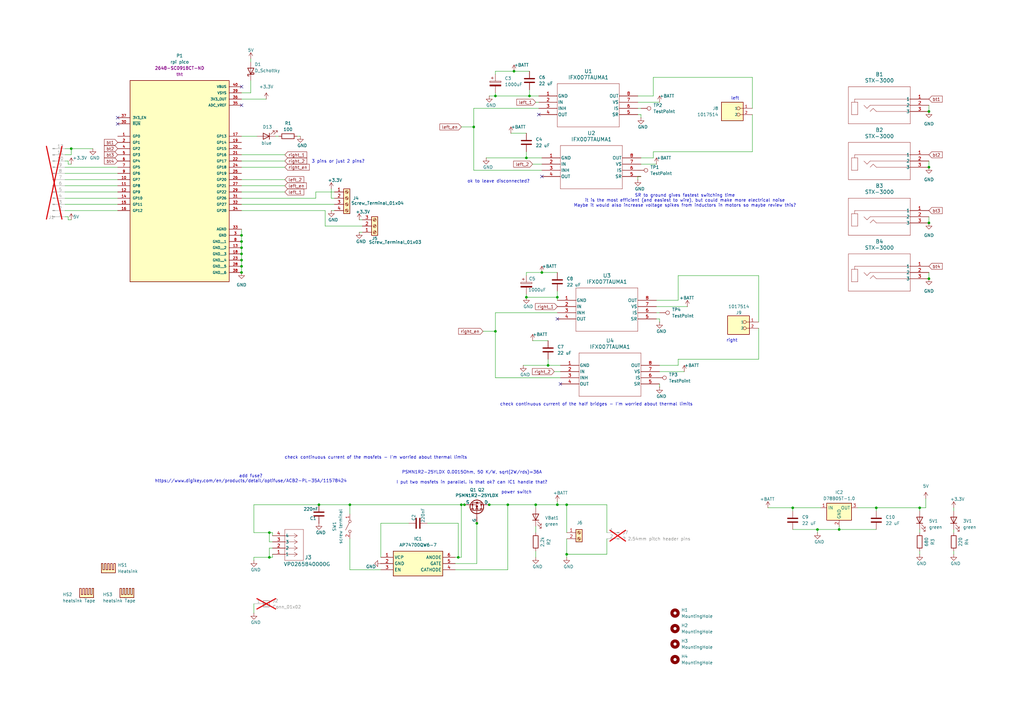
<source format=kicad_sch>
(kicad_sch (version 20250114) (generator "eeschema") (generator_version "9.0")
  (paper "A3")
  (title_block (company "https://github.com/gobabygocarswithjoysticks gobabygocarswithjoysticks@gmail.com") (comment 1 "by Joshua Phelps, "))
  (text "SR to ground gives fastest switching time\nit is the most efficient (and easiest to wire), but could make more electrical noise\nMaybe it would also increase voltage spikes from inductors in motors so maybe review this?" (at 280.924 82.296 0) (effects (font (size 1.27 1.27))))
  (text "check continuous current of the mosfets - I'm worried about thermal limits\n" (at 154.178 187.706 0) (effects (font (size 1.27 1.27))))
  (text "3 pins or just 2 pins?" (at 138.684 66.294 0) (effects (font (size 1.27 1.27))))
  (text "PSMN1R2-25YLDX 0.0015Ohm, 50 K/W, sqrt(2W/rds)=36A\n\nI put two mosfets in parallel. is that ok? can IC1 handle that?" (at 193.548 195.834 0) (effects (font (size 1.27 1.27))))
  (text "left\n" (at 301.498 40.386 0) (effects (font (size 1.27 1.27))))
  (text "add fuse?\nhttps://www.digikey.com/en/products/detail/optifuse/ACB2-PL-35A/11578424" (at 102.87 196.342 0) (effects (font (size 1.27 1.27))))
  (text "power switch\n" (at 211.836 201.93 0) (effects (font (size 1.27 1.27))))
  (text "check continuous current of the half bridges - I'm worried about thermal limits\n" (at 244.602 165.862 0) (effects (font (size 1.27 1.27))))
  (text "ok to leave disconnected?" (at 204.47 74.422 0) (effects (font (size 1.27 1.27))))
  (text "right" (at 300.228 139.7 0) (effects (font (size 1.27 1.27))))
  (junction (at 215.9 121.92))
  (junction (at 232.41 207.01))
  (junction (at 189.23 207.01))
  (junction (at 210.82 29.21))
  (junction (at 187.96 228.6))
  (junction (at 208.28 207.01))
  (junction (at 325.12 208.28))
  (junction (at 203.2 39.37))
  (junction (at 381 114.3))
  (junction (at 335.28 217.17))
  (junction (at 228.6 207.01))
  (junction (at 232.41 227.33))
  (junction (at 381 68.58))
  (junction (at 190.5 207.01))
  (junction (at 228.6 121.92))
  (junction (at 143.51 207.01))
  (junction (at 130.81 207.01))
  (junction (at 99.06 106.68))
  (junction (at 344.17 217.17))
  (junction (at 377.19 208.28))
  (junction (at 99.06 101.6))
  (junction (at 200.66 207.01))
  (junction (at 215.9 64.77))
  (junction (at 110.49 218.44))
  (junction (at 203.2 135.89))
  (junction (at 194.31 52.07))
  (junction (at 99.06 109.22))
  (junction (at 99.06 104.14))
  (junction (at 224.79 149.86))
  (junction (at 29.21 60.96))
  (junction (at 222.25 111.76))
  (junction (at 99.06 111.76))
  (junction (at 219.71 207.01))
  (junction (at 110.49 228.6))
  (junction (at 381 91.44))
  (junction (at 99.06 96.52))
  (junction (at 195.58 214.63))
  (junction (at 99.06 99.06))
  (junction (at 217.17 39.37))
  (junction (at 359.41 208.28))
  (junction (at 381 45.72))
  (no_connect (at 48.26 48.26))
  (no_connect (at 48.26 50.8))
  (no_connect (at 222.25 72.39))
  (no_connect (at 99.06 43.18))
  (no_connect (at 99.06 35.56))
  (no_connect (at 228.6 130.81))
  (no_connect (at 229.87 157.48))
  (no_connect (at 220.98 46.99))
  (wire (pts (xy 200.66 39.37) (xy 203.2 39.37)))
  (wire (pts (xy 195.58 214.63) (xy 195.58 231.14)))
  (wire (pts (xy 156.21 214.63) (xy 156.21 228.6)))
  (wire (pts (xy 104.14 229.87) (xy 104.14 228.6)))
  (wire (pts (xy 325.12 217.17) (xy 335.28 217.17)))
  (wire (pts (xy 232.41 207.01) (xy 232.41 218.44)))
  (wire (pts (xy 270.51 130.81) (xy 269.24 130.81)))
  (wire (pts (xy 194.31 52.07) (xy 194.31 69.85)))
  (wire (pts (xy 270.51 154.94) (xy 269.24 154.94)))
  (wire (pts (xy 123.19 55.88) (xy 121.92 55.88)))
  (wire (pts (xy 210.82 29.21) (xy 217.17 29.21)))
  (wire (pts (xy 26.67 60.96) (xy 29.21 60.96)))
  (wire (pts (xy 27.94 88.9) (xy 26.67 88.9)))
  (wire (pts (xy 215.9 113.03) (xy 215.9 111.76)))
  (wire (pts (xy 262.89 64.77) (xy 267.97 64.77)))
  (wire (pts (xy 113.03 55.88) (xy 114.3 55.88)))
  (wire (pts (xy 110.49 218.44) (xy 110.49 222.25)))
  (wire (pts (xy 261.62 73.66) (xy 261.62 72.39)))
  (wire (pts (xy 222.25 111.76) (xy 228.6 111.76)))
  (wire (pts (xy 129.54 81.28) (xy 99.06 81.28)))
  (wire (pts (xy 224.79 149.86) (xy 229.87 149.86)))
  (wire (pts (xy 133.35 86.36) (xy 133.35 92.71)))
  (wire (pts (xy 116.84 76.2) (xy 99.06 76.2)))
  (wire (pts (xy 104.14 207.01) (xy 104.14 218.44)))
  (wire (pts (xy 215.9 62.23) (xy 215.9 64.77)))
  (wire (pts (xy 104.14 228.6) (xy 110.49 228.6)))
  (wire (pts (xy 219.71 208.28) (xy 219.71 207.01)))
  (wire (pts (xy 248.92 220.98) (xy 248.92 227.33)))
  (wire (pts (xy 203.2 30.48) (xy 203.2 29.21)))
  (wire (pts (xy 262.89 48.26) (xy 262.89 46.99)))
  (wire (pts (xy 261.62 39.37) (xy 267.97 39.37)))
  (wire (pts (xy 229.87 152.4) (xy 227.33 152.4)))
  (wire (pts (xy 99.06 106.68) (xy 99.06 109.22)))
  (wire (pts (xy 175.26 214.63) (xy 187.96 214.63)))
  (wire (pts (xy 248.92 207.01) (xy 232.41 207.01)))
  (wire (pts (xy 99.06 86.36) (xy 133.35 86.36)))
  (wire (pts (xy 261.62 41.91) (xy 270.51 41.91)))
  (wire (pts (xy 215.9 121.92) (xy 228.6 121.92)))
  (wire (pts (xy 104.14 218.44) (xy 110.49 218.44)))
  (wire (pts (xy 26.67 76.2) (xy 48.26 76.2)))
  (wire (pts (xy 267.97 31.75) (xy 308.61 31.75)))
  (wire (pts (xy 203.2 128.27) (xy 203.2 135.89)))
  (wire (pts (xy 278.13 113.03) (xy 311.15 113.03)))
  (wire (pts (xy 311.15 134.62) (xy 311.15 147.32)))
  (wire (pts (xy 26.67 81.28) (xy 48.26 81.28)))
  (wire (pts (xy 359.41 208.28) (xy 377.19 208.28)))
  (wire (pts (xy 359.41 209.55) (xy 359.41 208.28)))
  (wire (pts (xy 267.97 31.75) (xy 267.97 39.37)))
  (wire (pts (xy 311.15 113.03) (xy 311.15 132.08)))
  (wire (pts (xy 215.9 64.77) (xy 222.25 64.77)))
  (wire (pts (xy 219.71 207.01) (xy 228.6 207.01)))
  (wire (pts (xy 224.79 147.32) (xy 224.79 149.86)))
  (wire (pts (xy 391.16 217.17) (xy 391.16 218.44)))
  (wire (pts (xy 147.32 90.17) (xy 148.59 90.17)))
  (wire (pts (xy 26.67 63.5) (xy 29.21 63.5)))
  (wire (pts (xy 203.2 29.21) (xy 210.82 29.21)))
  (wire (pts (xy 261.62 72.39) (xy 262.89 72.39)))
  (wire (pts (xy 308.61 31.75) (xy 308.61 44.45)))
  (wire (pts (xy 391.16 227.33) (xy 391.16 226.06)))
  (wire (pts (xy 198.12 135.89) (xy 203.2 135.89)))
  (wire (pts (xy 147.32 95.25) (xy 148.59 95.25)))
  (wire (pts (xy 187.96 228.6) (xy 189.23 228.6)))
  (wire (pts (xy 111.76 218.44) (xy 111.76 219.71)))
  (wire (pts (xy 26.67 68.58) (xy 48.26 68.58)))
  (wire (pts (xy 344.17 217.17) (xy 344.17 215.9)))
  (wire (pts (xy 261.62 69.85) (xy 262.89 69.85)))
  (wire (pts (xy 102.87 33.02) (xy 102.87 38.1)))
  (wire (pts (xy 186.69 228.6) (xy 187.96 228.6)))
  (wire (pts (xy 232.41 220.98) (xy 232.41 227.33)))
  (wire (pts (xy 344.17 217.17) (xy 359.41 217.17)))
  (wire (pts (xy 99.06 104.14) (xy 99.06 106.68)))
  (wire (pts (xy 219.71 215.9) (xy 219.71 218.44)))
  (wire (pts (xy 133.35 92.71) (xy 148.59 92.71)))
  (wire (pts (xy 208.28 207.01) (xy 219.71 207.01)))
  (wire (pts (xy 379.73 208.28) (xy 377.19 208.28)))
  (wire (pts (xy 262.89 67.31) (xy 269.24 67.31)))
  (wire (pts (xy 203.2 38.1) (xy 203.2 39.37)))
  (wire (pts (xy 194.31 44.45) (xy 194.31 52.07)))
  (wire (pts (xy 116.84 63.5) (xy 99.06 63.5)))
  (wire (pts (xy 208.28 233.68) (xy 208.28 207.01)))
  (wire (pts (xy 377.19 217.17) (xy 377.19 218.44)))
  (wire (pts (xy 26.67 71.12) (xy 48.26 71.12)))
  (wire (pts (xy 186.69 233.68) (xy 208.28 233.68)))
  (wire (pts (xy 199.39 64.77) (xy 215.9 64.77)))
  (wire (pts (xy 228.6 128.27) (xy 203.2 128.27)))
  (wire (pts (xy 111.76 224.79) (xy 110.49 224.79)))
  (wire (pts (xy 267.97 62.23) (xy 308.61 62.23)))
  (wire (pts (xy 209.55 54.61) (xy 215.9 54.61)))
  (wire (pts (xy 232.41 207.01) (xy 228.6 207.01)))
  (wire (pts (xy 130.81 207.01) (xy 143.51 207.01)))
  (wire (pts (xy 308.61 46.99) (xy 308.61 62.23)))
  (wire (pts (xy 116.84 66.04) (xy 99.06 66.04)))
  (wire (pts (xy 218.44 139.7) (xy 224.79 139.7)))
  (wire (pts (xy 335.28 217.17) (xy 344.17 217.17)))
  (wire (pts (xy 129.54 78.74) (xy 137.16 78.74)))
  (wire (pts (xy 267.97 62.23) (xy 267.97 64.77)))
  (wire (pts (xy 99.06 55.88) (xy 105.41 55.88)))
  (wire (pts (xy 262.89 46.99) (xy 261.62 46.99)))
  (wire (pts (xy 270.51 132.08) (xy 270.51 130.81)))
  (wire (pts (xy 270.51 152.4) (xy 280.67 152.4)))
  (wire (pts (xy 219.71 228.6) (xy 219.71 226.06)))
  (wire (pts (xy 27.94 90.17) (xy 29.21 90.17)))
  (wire (pts (xy 143.51 207.01) (xy 143.51 210.82)))
  (wire (pts (xy 99.06 40.64) (xy 109.22 40.64)))
  (wire (pts (xy 381 66.04) (xy 381 68.58)))
  (wire (pts (xy 194.31 69.85) (xy 222.25 69.85)))
  (wire (pts (xy 248.92 227.33) (xy 232.41 227.33)))
  (wire (pts (xy 129.54 78.74) (xy 129.54 81.28)))
  (wire (pts (xy 270.51 157.48) (xy 270.51 158.75)))
  (wire (pts (xy 278.13 113.03) (xy 278.13 123.19)))
  (wire (pts (xy 104.14 207.01) (xy 130.81 207.01)))
  (wire (pts (xy 99.06 96.52) (xy 99.06 99.06)))
  (wire (pts (xy 228.6 119.38) (xy 228.6 121.92)))
  (wire (pts (xy 99.06 109.22) (xy 99.06 111.76)))
  (wire (pts (xy 187.96 214.63) (xy 187.96 228.6)))
  (wire (pts (xy 116.84 73.66) (xy 99.06 73.66)))
  (wire (pts (xy 116.84 68.58) (xy 99.06 68.58)))
  (wire (pts (xy 335.28 218.44) (xy 335.28 217.17)))
  (wire (pts (xy 99.06 99.06) (xy 99.06 101.6)))
  (wire (pts (xy 215.9 120.65) (xy 215.9 121.92)))
  (wire (pts (xy 214.63 149.86) (xy 224.79 149.86)))
  (wire (pts (xy 29.21 60.96) (xy 38.1 60.96)))
  (wire (pts (xy 111.76 222.25) (xy 110.49 222.25)))
  (wire (pts (xy 269.24 125.73) (xy 281.94 125.73)))
  (wire (pts (xy 278.13 147.32) (xy 278.13 149.86)))
  (wire (pts (xy 270.51 149.86) (xy 278.13 149.86)))
  (wire (pts (xy 26.67 83.82) (xy 48.26 83.82)))
  (wire (pts (xy 110.49 218.44) (xy 111.76 218.44)))
  (wire (pts (xy 381 111.76) (xy 381 114.3)))
  (wire (pts (xy 248.92 218.44) (xy 248.92 207.01)))
  (wire (pts (xy 26.67 86.36) (xy 48.26 86.36)))
  (wire (pts (xy 26.67 66.04) (xy 27.94 66.04)))
  (wire (pts (xy 189.23 52.07) (xy 194.31 52.07)))
  (wire (pts (xy 270.51 128.27) (xy 269.24 128.27)))
  (wire (pts (xy 99.06 83.82) (xy 137.16 83.82)))
  (wire (pts (xy 167.64 214.63) (xy 156.21 214.63)))
  (wire (pts (xy 26.67 78.74) (xy 48.26 78.74)))
  (wire (pts (xy 99.06 101.6) (xy 99.06 104.14)))
  (wire (pts (xy 110.49 224.79) (xy 110.49 228.6)))
  (wire (pts (xy 111.76 227.33) (xy 111.76 228.6)))
  (wire (pts (xy 29.21 67.31) (xy 27.94 67.31)))
  (wire (pts (xy 27.94 90.17) (xy 27.94 88.9)))
  (wire (pts (xy 143.51 233.68) (xy 156.21 233.68)))
  (wire (pts (xy 143.51 207.01) (xy 189.23 207.01)))
  (wire (pts (xy 278.13 147.32) (xy 311.15 147.32)))
  (wire (pts (xy 314.96 208.28) (xy 325.12 208.28)))
  (wire (pts (xy 110.49 228.6) (xy 111.76 228.6)))
  (wire (pts (xy 99.06 93.98) (xy 99.06 96.52)))
  (wire (pts (xy 381 88.9) (xy 381 91.44)))
  (wire (pts (xy 143.51 220.98) (xy 143.51 233.68)))
  (wire (pts (xy 219.71 41.91) (xy 220.98 41.91)))
  (wire (pts (xy 26.67 73.66) (xy 48.26 73.66)))
  (wire (pts (xy 135.89 81.28) (xy 135.89 77.47)))
  (wire (pts (xy 351.79 208.28) (xy 359.41 208.28)))
  (wire (pts (xy 391.16 209.55) (xy 391.16 208.28)))
  (wire (pts (xy 104.14 247.65) (xy 104.14 251.46)))
  (wire (pts (xy 189.23 207.01) (xy 190.5 207.01)))
  (wire (pts (xy 218.44 67.31) (xy 222.25 67.31)))
  (wire (pts (xy 232.41 227.33) (xy 232.41 228.6)))
  (wire (pts (xy 27.94 66.04) (xy 27.94 67.31)))
  (wire (pts (xy 135.89 86.36) (xy 137.16 86.36)))
  (wire (pts (xy 269.24 123.19) (xy 278.13 123.19)))
  (wire (pts (xy 228.6 205.74) (xy 228.6 207.01)))
  (wire (pts (xy 228.6 121.92) (xy 228.6 123.19)))
  (wire (pts (xy 29.21 63.5) (xy 29.21 60.96)))
  (wire (pts (xy 102.87 24.13) (xy 102.87 25.4)))
  (wire (pts (xy 195.58 231.14) (xy 186.69 231.14)))
  (wire (pts (xy 116.84 78.74) (xy 99.06 78.74)))
  (wire (pts (xy 381 43.18) (xy 381 45.72)))
  (wire (pts (xy 325.12 209.55) (xy 325.12 208.28)))
  (wire (pts (xy 217.17 39.37) (xy 220.98 39.37)))
  (wire (pts (xy 189.23 228.6) (xy 189.23 207.01)))
  (wire (pts (xy 220.98 44.45) (xy 194.31 44.45)))
  (wire (pts (xy 217.17 36.83) (xy 217.17 39.37)))
  (wire (pts (xy 379.73 208.28) (xy 379.73 204.47)))
  (wire (pts (xy 99.06 38.1) (xy 102.87 38.1)))
  (wire (pts (xy 203.2 135.89) (xy 203.2 154.94)))
  (wire (pts (xy 215.9 111.76) (xy 222.25 111.76)))
  (wire (pts (xy 203.2 154.94) (xy 229.87 154.94)))
  (wire (pts (xy 262.89 44.45) (xy 261.62 44.45)))
  (wire (pts (xy 203.2 39.37) (xy 217.17 39.37)))
  (wire (pts (xy 200.66 207.01) (xy 208.28 207.01)))
  (wire (pts (xy 137.16 81.28) (xy 135.89 81.28)))
  (wire (pts (xy 377.19 227.33) (xy 377.19 226.06)))
  (wire (pts (xy 325.12 208.28) (xy 336.55 208.28)))
  (wire (pts (xy 377.19 209.55) (xy 377.19 208.28)))
  (global_label "left_en" (shape input) (at 116.84 76.2 0) (property "Intersheetrefs" "${INTERSHEET_REFS}" (effects (hide yes))))
  (global_label "left_1" (shape input) (at 219.71 41.91 180) (property "Intersheetrefs" "${INTERSHEET_REFS}" (effects (hide yes))))
  (global_label "bt4" (shape input) (at 48.26 66.04 180) (property "Intersheetrefs" "${INTERSHEET_REFS}" (effects (hide yes))))
  (global_label "bt1" (shape input) (at 381 40.64 0) (property "Intersheetrefs" "${INTERSHEET_REFS}" (effects (hide yes))))
  (global_label "left_en" (shape input) (at 189.23 52.07 180) (property "Intersheetrefs" "${INTERSHEET_REFS}" (effects (hide yes))))
  (global_label "bt2" (shape input) (at 48.26 60.96 180) (property "Intersheetrefs" "${INTERSHEET_REFS}" (effects (hide yes))))
  (global_label "right_en" (shape input) (at 198.12 135.89 180) (property "Intersheetrefs" "${INTERSHEET_REFS}" (effects (hide yes))))
  (global_label "bt1" (shape input) (at 48.26 58.42 180) (property "Intersheetrefs" "${INTERSHEET_REFS}" (effects (hide yes))))
  (global_label "left_2" (shape input) (at 218.44 67.31 180) (property "Intersheetrefs" "${INTERSHEET_REFS}" (effects (hide yes))))
  (global_label "bt3" (shape input) (at 48.26 63.5 180) (property "Intersheetrefs" "${INTERSHEET_REFS}" (effects (hide yes))))
  (global_label "right_2" (shape input) (at 227.33 152.4 180) (property "Intersheetrefs" "${INTERSHEET_REFS}" (effects (hide yes))))
  (global_label "right_2" (shape input) (at 116.84 66.04 0) (property "Intersheetrefs" "${INTERSHEET_REFS}" (effects (hide yes))))
  (global_label "bt2" (shape input) (at 381 63.5 0) (property "Intersheetrefs" "${INTERSHEET_REFS}" (effects (hide yes))))
  (global_label "left_1" (shape input) (at 116.84 78.74 0) (property "Intersheetrefs" "${INTERSHEET_REFS}" (effects (hide yes))))
  (global_label "bt3" (shape input) (at 381 86.36 0) (property "Intersheetrefs" "${INTERSHEET_REFS}" (effects (hide yes))))
  (global_label "right_1" (shape input) (at 116.84 63.5 0) (property "Intersheetrefs" "${INTERSHEET_REFS}" (effects (hide yes))))
  (global_label "right_1" (shape input) (at 228.6 125.73 180) (property "Intersheetrefs" "${INTERSHEET_REFS}" (effects (hide yes))))
  (global_label "left_2" (shape input) (at 116.84 73.66 0) (property "Intersheetrefs" "${INTERSHEET_REFS}" (effects (hide yes))))
  (global_label "right_en" (shape input) (at 116.84 68.58 0) (property "Intersheetrefs" "${INTERSHEET_REFS}" (effects (hide yes))))
  (global_label "bt4" (shape input) (at 381 109.22 0) (property "Intersheetrefs" "${INTERSHEET_REFS}" (effects (hide yes))))
  (symbol (lib_id "library:AP74700QW6-7") (at 156.21 228.6 0) (unit 1)
    (property "Reference" "IC1" (at 171.45 220.98 0))
    (property "Value" "AP74700QW6-7" (at 171.45 223.52 0))
    (property "Footprint" "Package_TO_SOT_SMD:SOT-23-6_Handsoldering" (effects (hide yes)))
    (property "Datasheet" "https://www.diodes.com//assets/Datasheets/AP74700Q.pdf" (effects (hide yes)))
    (property "Description" "Power Switch ICs - Power Distribution Load Switch SOT26 T&R 3K" (effects (hide yes)))
    (property "Manufacturer_Name" "Diodes Incorporated" (effects (hide yes)))
    (property "Manufacturer_Part_Number" "AP74700QW6-7" (effects (hide yes)))
    (property "digikey_part_number" "31-AP74700QW6-7CT-ND" (effects (hide yes)))
    (property "mount_type" "smd" (effects (hide yes)))
    (property "price" "1.23" (effects (hide yes)))
  )
  (symbol (lib_id "Device:C_Polarized") (at 215.9 116.84 0) (unit 1)
    (property "Reference" "C5" (at 216.916 114.3 0) (effects (justify left)))
    (property "Value" "1000uF" (at 216.662 118.872 0) (effects (justify left)))
    (property "Footprint" "Capacitor_THT:CP_Radial_D10.0mm_P7.50mm" (effects (hide yes)))
    (property "Datasheet" "https://www.digikey.com/en/products/detail/kemet/A750MV108M1EAAE014/13420146" (effects (hide yes)))
    (property "Description" "Polarized capacitor" (effects (hide yes)))
    (property "Manufacturer_Name" "KEMET" (effects (hide yes)))
    (property "Manufacturer_Part_Number" "A750MV108M1EAAE014" (effects (hide yes)))
    (property "price" "1" (effects (hide yes)))
    (property "digikey_part_number" "399-A750MV108M1EAAE014-ND" (effects (hide yes)))
    (property "mount_type" "tht" (effects (hide yes)))
  )
  (symbol (lib_id "Device:LED") (at 377.19 213.36 90) (unit 1)
    (property "Reference" "5V1" (at 381 213.6774 90) (effects (justify right)))
    (property "Value" "green" (at 381 216.2174 90) (effects (justify right)))
    (property "Footprint" "LED_THT:LED_D3.0mm" (effects (hide yes)))
    (property "Datasheet" "https://www.digikey.com/en/products/detail/american-bright-optoelectronics-corporation/BL-B2141K/22486926" (effects (hide yes)))
    (property "Description" "Light emitting diode" (effects (hide yes)))
    (property "Manufacturer_Name" "American Bright Optoelectronics Corporation" (effects (hide yes)))
    (property "Manufacturer_Part_Number" "BL-B2141K" (effects (hide yes)))
    (property "price" "0.01" (effects (hide yes)))
    (property "digikey_part_number" "2007-BL-B2141K-ND" (effects (hide yes)))
    (property "mount_type" "tht" (effects (hide yes)))
  )
  (symbol (lib_id "power:GND") (at 261.62 73.66 0) (unit 1)
    (property "Reference" "#PWR027" (effects (hide yes)))
    (property "Value" "GND" (at 262.382 77.47 0))
    (property "Description" "Power symbol creates a global label with name \"GND\" , ground" (effects (hide yes)))
  )
  (symbol (lib_id "power:+BATT") (at 269.24 67.31 0) (unit 1)
    (property "Reference" "#PWR029" (effects (hide yes)))
    (property "Value" "+BATT" (at 272.288 64.77 0))
    (property "Description" "Power symbol creates a global label with name \"+BATT\"" (effects (hide yes)))
  )
  (symbol (lib_id "Device:C") (at 171.45 214.63 90) (unit 1)
    (property "Reference" "C2" (at 169.672 213.614 0) (effects (justify left)))
    (property "Value" "220nF" (at 173.482 214.376 0) (effects (justify left)))
    (property "Footprint" "Capacitor_SMD:C_1206_3216Metric_Pad1.33x1.80mm_HandSolder" (effects (hide yes)))
    (property "Datasheet" "https://www.digikey.com/en/products/detail/samsung-electro-mechanics/CL31B224KBFNNNE/3886764" (effects (hide yes)))
    (property "Description" "Unpolarized capacitor" (effects (hide yes)))
    (property "Manufacturer_Name" "Samsung Electro-Mechanics" (effects (hide yes)))
    (property "Manufacturer_Part_Number" "CL31B224KBFNNNE" (effects (hide yes)))
    (property "price" "0.03" (effects (hide yes)))
    (property "digikey_part_number" "1276-1106-1-ND" (effects (hide yes)))
    (property "mount_type" "smd" (effects (hide yes)))
  )
  (symbol (lib_id "Mechanical:Heatsink") (at 44.45 234.95 0) (unit 1)
    (property "Reference" "HS1" (at 48.26 231.7749 0) (effects (justify left)))
    (property "Value" "Heatsink" (at 48.26 234.3149 0) (effects (justify left)))
    (property "Footprint" "kicad libraries:SK 675 100 AL" (effects (hide yes)))
    (property "Datasheet" "https://www.digikey.com/en/products/detail/fischer-elektronik/SK-675-100-AL/25828853?s=N4IgTCBcDaIMoGkAEA2A7AViQRgAy6QEEAZEAXQF8g" (effects (hide yes)))
    (property "Description" "Heatsink" (effects (hide yes)))
    (property "Manufacturer_Name" "Fischer Elektronik" (effects (hide yes)))
    (property "Manufacturer_Part_Number" "SK 675 100 AL" (effects (hide yes)))
    (property "digikey_part_number" "5496-SK675100AL-ND" (effects (hide yes)))
    (property "mount_type" "tht" (effects (hide yes)))
    (property "price" "1.32" (effects (hide yes)))
  )
  (symbol (lib_id "Mechanical:MountingHole") (at 276.86 251.46 0) (unit 1) (in_bom no)
    (property "Reference" "H1" (at 279.4 250.1899 0) (effects (justify left)))
    (property "Value" "MountingHole" (at 279.4 252.7299 0) (effects (justify left)))
    (property "Footprint" "MountingHole:MountingHole_3.2mm_M3_ISO7380" (effects (hide yes)))
    (property "Datasheet" "DNP" (effects (hide yes)))
    (property "Description" "Mounting Hole without connection" (effects (hide yes)))
    (property "price" "0" (effects (hide yes)))
    (property "Manufacturer_Name" "DNP" (effects (hide yes)))
    (property "Manufacturer_Part_Number" "DNP" (effects (hide yes)))
    (property "digikey_part_number" "DNP" (effects (hide yes)))
  )
  (symbol (lib_id "Device:C_Polarized") (at 203.2 34.29 0) (unit 1)
    (property "Reference" "C3" (at 207.01 32.1309 0) (effects (justify left)))
    (property "Value" "1000uF" (at 207.01 34.6709 0) (effects (justify left)))
    (property "Footprint" "Capacitor_THT:CP_Radial_D10.0mm_P7.50mm" (effects (hide yes)))
    (property "Datasheet" "https://www.digikey.com/en/products/detail/kemet/A750MV108M1EAAE014/13420146" (effects (hide yes)))
    (property "Description" "Polarized capacitor" (effects (hide yes)))
    (property "Manufacturer_Name" "KEMET" (effects (hide yes)))
    (property "Manufacturer_Part_Number" "A750MV108M1EAAE014" (effects (hide yes)))
    (property "price" "1" (effects (hide yes)))
    (property "digikey_part_number" "399-A750MV108M1EAAE014-ND" (effects (hide yes)))
    (property "mount_type" "tht" (effects (hide yes)))
  )
  (symbol (lib_id "power:GND") (at 219.71 228.6 0) (unit 1)
    (property "Reference" "#PWR024" (effects (hide yes)))
    (property "Value" "GND" (at 220.472 232.41 0))
    (property "Description" "Power symbol creates a global label with name \"GND\" , ground" (effects (hide yes)))
  )
  (symbol (lib_id "Device:C") (at 359.41 213.36 0) (unit 1)
    (property "Reference" "C10" (at 363.22 212.0899 0) (effects (justify left)))
    (property "Value" "22 uF" (at 363.22 214.6299 0) (effects (justify left)))
    (property "Footprint" "Capacitor_SMD:C_1206_3216Metric_Pad1.33x1.80mm_HandSolder" (effects (hide yes)))
    (property "Datasheet" "https://www.digikey.com/en/products/detail/samsung-electro-mechanics/CL31A226KAHNNNE/3888705" (effects (hide yes)))
    (property "Description" "Unpolarized capacitor" (effects (hide yes)))
    (property "Manufacturer_Name" "Samsung Electro-Mechanics" (effects (hide yes)))
    (property "Manufacturer_Part_Number" "CL31A226KAHNNNE" (effects (hide yes)))
    (property "digikey_part_number" "1276-3047-1-ND" (effects (hide yes)))
    (property "mount_type" "smd" (effects (hide yes)))
    (property "price" "0.1" (effects (hide yes)))
  )
  (symbol (lib_id "Device:C") (at 325.12 213.36 0) (unit 1)
    (property "Reference" "C9" (at 328.93 212.0899 0) (effects (justify left)))
    (property "Value" "22 uF" (at 328.93 214.6299 0) (effects (justify left)))
    (property "Footprint" "Capacitor_SMD:C_1206_3216Metric_Pad1.33x1.80mm_HandSolder" (effects (hide yes)))
    (property "Datasheet" "https://www.digikey.com/en/products/detail/samsung-electro-mechanics/CL31A226KAHNNNE/3888705" (effects (hide yes)))
    (property "Description" "Unpolarized capacitor" (effects (hide yes)))
    (property "Manufacturer_Name" "Samsung Electro-Mechanics" (effects (hide yes)))
    (property "Manufacturer_Part_Number" "CL31A226KAHNNNE" (effects (hide yes)))
    (property "digikey_part_number" "1276-3047-1-ND" (effects (hide yes)))
    (property "mount_type" "smd" (effects (hide yes)))
    (property "price" "0.1" (effects (hide yes)))
  )
  (symbol (lib_id "Device:LED") (at 109.22 55.88 180) (unit 1)
    (property "Reference" "D13" (at 107.696 52.07 0) (effects (justify right)))
    (property "Value" "blue" (at 107.188 58.674 0) (effects (justify right)))
    (property "Footprint" "LED_THT:LED_D5.0mm_Clear" (effects (hide yes)))
    (property "Datasheet" "https://www.digikey.com/en/products/detail/american-bright-optoelectronics-corporation/BL-BBX1V4V-2-B02/22486905" (effects (hide yes)))
    (property "Description" "Light emitting diode" (effects (hide yes)))
    (property "Manufacturer_Name" "American Bright Optoelectronics Corporation" (effects (hide yes)))
    (property "Manufacturer_Part_Number" "BL-BBX1V4V-2-B02" (effects (hide yes)))
    (property "price" "0.36" (effects (hide yes)))
    (property "digikey_part_number" "2007-BL-BBX1V4V-2-B02-ND" (effects (hide yes)))
    (property "mount_type" "tht" (effects (hide yes)))
  )
  (symbol (lib_id "power:+BATT") (at 209.55 54.61 0) (unit 1)
    (property "Reference" "#PWR018" (effects (hide yes)))
    (property "Value" "+BATT" (at 212.598 52.07 0))
    (property "Description" "Power symbol creates a global label with name \"+BATT\"" (effects (hide yes)))
  )
  (symbol (lib_id "library:IFX007TAUMA1") (at 228.6 123.19 0) (unit 1)
    (property "Reference" "U3" (at 248.92 113.03 0) (effects (font (size 1.524 1.524))))
    (property "Value" "IFX007TAUMA1" (at 248.92 115.57 0) (effects (font (size 1.524 1.524))))
    (property "Footprint" "kicad libraries:PG-TO263-7-1_INF" (effects (hide yes)))
    (property "Datasheet" "https://www.digikey.com/en/products/detail/infineon-technologies/IFX007TAUMA1/9586755" (effects (hide yes)))
    (property "Description" "half bridge driver" (effects (hide yes)))
    (property "Manufacturer_Name" "Infineon Technologies" (effects (hide yes)))
    (property "Manufacturer_Part_Number" "IFX007TAUMA1" (effects (hide yes)))
    (property "price" "2.6" (effects (hide yes)))
    (property "digikey_part_number" "IFX007TAUMA1CT-ND" (effects (hide yes)))
    (property "mount_type" "smd" (effects (hide yes)))
  )
  (symbol (lib_id "power:+3.3V") (at 109.22 40.64 0) (unit 1)
    (property "Reference" "#PWR06" (effects (hide yes)))
    (property "Value" "+3.3V" (at 109.22 35.56 0))
    (property "Description" "Power symbol creates a global label with name \"+3.3V\"" (effects (hide yes)))
  )
  (symbol (lib_id "library:STX-3000") (at 381 63.5 0) (unit 1)
    (property "Reference" "B2" (at 360.68 53.34 0) (effects (font (size 1.524 1.524))))
    (property "Value" "STX-3000" (at 360.68 55.88 0) (effects (font (size 1.524 1.524))))
    (property "Footprint" "kicad libraries:STX-3000_KYC" (effects (hide yes)))
    (property "Datasheet" "https://www.digikey.com/en/products/detail/kycon-inc/STX-3000/9975995" (effects (hide yes)))
    (property "Description" "1/8\" audio jack" (effects (hide yes)))
    (property "price" "0.6" (effects (hide yes)))
    (property "Manufacturer_Name" "Kycon, Inc." (effects (hide yes)))
    (property "Manufacturer_Part_Number" "STX-3000" (effects (hide yes)))
    (property "digikey_part_number" "2092-STX-3000-ND" (effects (hide yes)))
    (property "mount_type" "tht" (effects (hide yes)))
  )
  (symbol (lib_id "power:GND") (at 381 68.58 0) (unit 1)
    (property "Reference" "#PWR038" (effects (hide yes)))
    (property "Value" "GND" (at 381 73.66 0))
    (property "Description" "Power symbol creates a global label with name \"GND\" , ground" (effects (hide yes)))
  )
  (symbol (lib_id "Connector:Conn_01x12_Pin") (at 21.59 76.2 0) (mirror x) (unit 1) (in_bom no) (dnp yes)
    (property "Reference" "J1" (at 21.082 89.154 0))
    (property "Value" "9   2.54mm pitch header pins" (effects (hide yes)))
    (property "Footprint" "Connector_PinHeader_2.54mm:PinHeader_1x12_P2.54mm_Vertical" (effects (hide yes)))
    (property "Description" "Generic connector, single row, 01x12, script generated" (effects (hide yes)))
    (property "mount_type" "tht" (effects (hide yes)))
  )
  (symbol (lib_id "Device:R") (at 391.16 222.25 0) (unit 1)
    (property "Reference" "R4" (at 396.494 222.25 90))
    (property "Value" "220" (at 393.954 222.25 90))
    (property "Footprint" "Resistor_SMD:R_1206_3216Metric_Pad1.30x1.75mm_HandSolder" (effects (hide yes)))
    (property "Datasheet" "https://www.digikey.com/en/products/detail/yageo/RC1206JR-13220RL/14286772" (effects (hide yes)))
    (property "Description" "Resistor" (effects (hide yes)))
    (property "Manufacturer_Name" "YAGEO" (effects (hide yes)))
    (property "Manufacturer_Part_Number" "RC1206JR-13220RL" (effects (hide yes)))
    (property "price" "0.02" (effects (hide yes)))
    (property "digikey_part_number" "13-RC1206JR-13220RLCT-ND" (effects (hide yes)))
    (property "mount_type" "smd" (effects (hide yes)))
  )
  (symbol (lib_id "library:VP0265840000G") (at 111.76 227.33 0) (mirror x) (unit 1)
    (property "Reference" "J3" (at 124.968 228.6 0) (effects (font (size 1.524 1.524)) (justify left)))
    (property "Value" "VP0265840000G" (at 116.332 231.394 0) (effects (font (size 1.524 1.524)) (justify left)))
    (property "Footprint" "kicad libraries:CONN04_VP026584_20P32X18P3_AMP" (effects (hide yes)))
    (property "Datasheet" "https://www.digikey.com/en/products/detail/amphenol-anytek/VP0265840000G/10378270" (effects (hide yes)))
    (property "Description" "screw terminal 65A" (effects (hide yes)))
    (property "Manufacturer_Name" "Amphenol Anytek" (effects (hide yes)))
    (property "Manufacturer_Part_Number" "VP0265840000G" (effects (hide yes)))
    (property "price" "2.85" (effects (hide yes)))
    (property "digikey_part_number" "1818-VP0265840000G-ND" (effects (hide yes)))
    (property "mount_type" "tht" (effects (hide yes)))
  )
  (symbol (lib_id "Device:C") (at 215.9 58.42 0) (unit 1)
    (property "Reference" "C4" (at 219.71 57.1499 0) (effects (justify left)))
    (property "Value" "22 uF" (at 219.71 59.6899 0) (effects (justify left)))
    (property "Footprint" "Capacitor_SMD:C_1206_3216Metric_Pad1.33x1.80mm_HandSolder" (effects (hide yes)))
    (property "Datasheet" "https://www.digikey.com/en/products/detail/samsung-electro-mechanics/CL31A226KAHNNNE/3888705" (effects (hide yes)))
    (property "Description" "Unpolarized capacitor" (effects (hide yes)))
    (property "Manufacturer_Name" "Samsung Electro-Mechanics" (effects (hide yes)))
    (property "Manufacturer_Part_Number" "CL31A226KAHNNNE" (effects (hide yes)))
    (property "digikey_part_number" "1276-3047-1-ND" (effects (hide yes)))
    (property "mount_type" "smd" (effects (hide yes)))
    (property "price" "0.1" (effects (hide yes)))
  )
  (symbol (lib_id "Mechanical:MountingHole") (at 276.86 257.81 0) (unit 1) (in_bom no)
    (property "Reference" "H2" (at 279.4 256.5399 0) (effects (justify left)))
    (property "Value" "MountingHole" (at 279.4 259.0799 0) (effects (justify left)))
    (property "Footprint" "MountingHole:MountingHole_3.2mm_M3_ISO7380" (effects (hide yes)))
    (property "Datasheet" "DNP" (effects (hide yes)))
    (property "Description" "Mounting Hole without connection" (effects (hide yes)))
    (property "price" "0" (effects (hide yes)))
    (property "Manufacturer_Name" "DNP" (effects (hide yes)))
    (property "Manufacturer_Part_Number" "DNP" (effects (hide yes)))
    (property "digikey_part_number" "DNP" (effects (hide yes)))
  )
  (symbol (lib_id "power:GND") (at 104.14 229.87 0) (unit 1)
    (property "Reference" "#PWR07" (effects (hide yes)))
    (property "Value" "GND" (at 104.902 233.68 0))
    (property "Description" "Power symbol creates a global label with name \"GND\" , ground" (effects (hide yes)))
  )
  (symbol (lib_id "Device:R") (at 377.19 222.25 0) (unit 1)
    (property "Reference" "R3" (at 382.524 222.25 90))
    (property "Value" "680" (at 379.984 222.25 90))
    (property "Footprint" "Resistor_SMD:R_1206_3216Metric_Pad1.30x1.75mm_HandSolder" (effects (hide yes)))
    (property "Datasheet" "https://www.digikey.com/en/products/detail/yageo/RC1206FR-07680RL/729064" (effects (hide yes)))
    (property "Description" "Resistor" (effects (hide yes)))
    (property "Manufacturer_Name" "YAGEO" (effects (hide yes)))
    (property "Manufacturer_Part_Number" "RC1206FR-07680RL" (effects (hide yes)))
    (property "price" "0.0133" (effects (hide yes)))
    (property "digikey_part_number" "311-680FRCT-ND" (effects (hide yes)))
    (property "mount_type" "smd" (effects (hide yes)))
  )
  (symbol (lib_id "power:GND") (at 99.06 111.76 0) (unit 1)
    (property "Reference" "#PWR04" (effects (hide yes)))
    (property "Value" "GND" (at 99.06 116.84 0))
    (property "Description" "Power symbol creates a global label with name \"GND\" , ground" (effects (hide yes)))
  )
  (symbol (lib_id "power:GND") (at 215.9 121.92 0) (unit 1)
    (property "Reference" "#PWR021" (effects (hide yes)))
    (property "Value" "GND" (at 216.662 125.73 0))
    (property "Description" "Power symbol creates a global label with name \"GND\" , ground" (effects (hide yes)))
  )
  (symbol (lib_id "Device:LED") (at 391.16 213.36 90) (unit 1)
    (property "Reference" "3V1" (at 394.97 213.6774 90) (effects (justify right)))
    (property "Value" "green" (at 394.97 216.2174 90) (effects (justify right)))
    (property "Footprint" "LED_THT:LED_D3.0mm" (effects (hide yes)))
    (property "Datasheet" "https://www.digikey.com/en/products/detail/american-bright-optoelectronics-corporation/BL-B2141K/22486926" (effects (hide yes)))
    (property "Description" "Light emitting diode" (effects (hide yes)))
    (property "Manufacturer_Name" "American Bright Optoelectronics Corporation" (effects (hide yes)))
    (property "Manufacturer_Part_Number" "BL-B2141K" (effects (hide yes)))
    (property "price" "0.01" (effects (hide yes)))
    (property "digikey_part_number" "2007-BL-B2141K-ND" (effects (hide yes)))
    (property "mount_type" "tht" (effects (hide yes)))
  )
  (symbol (lib_id "power:+3.3V") (at 29.21 90.17 0) (unit 1)
    (property "Reference" "#PWR02" (effects (hide yes)))
    (property "Value" "5V" (at 31.242 88.9 0))
    (property "Description" "Power symbol creates a global label with name \"+3.3V\"" (effects (hide yes)))
  )
  (symbol (lib_id "Simulation_SPICE:NMOS") (at 195.58 209.55 270) (mirror x) (unit 1)
    (property "Reference" "Q1" (at 194.056 200.914 90))
    (property "Value" "PSMN1R2-25YLDX" (at 195.58 203.2 90))
    (property "Footprint" "Package_TO_SOT_SMD:LFPAK56" (effects (hide yes)))
    (property "Datasheet" "https://www.digikey.com/en/products/detail/nexperia-usa-inc/PSMN1R2-25YLDX/5973595" (effects (hide yes)))
    (property "Description" "nmos" (effects (hide yes)))
    (property "Manufacturer_Name" "Nexperia USA Inc." (effects (hide yes)))
    (property "Manufacturer_Part_Number" "PSMN1R2-25YLDX" (effects (hide yes)))
    (property "digikey_part_number" "1727-2496-1-ND" (effects (hide yes)))
    (property "mount_type" "smd" (effects (hide yes)))
    (property "price" "0.74" (effects (hide yes)))
  )
  (symbol (lib_id "library:IFX007TAUMA1") (at 220.98 39.37 0) (unit 1)
    (property "Reference" "U1" (at 241.3 29.21 0) (effects (font (size 1.524 1.524))))
    (property "Value" "IFX007TAUMA1" (at 241.3 31.75 0) (effects (font (size 1.524 1.524))))
    (property "Footprint" "kicad libraries:PG-TO263-7-1_INF" (effects (hide yes)))
    (property "Datasheet" "https://www.digikey.com/en/products/detail/infineon-technologies/IFX007TAUMA1/9586755" (effects (hide yes)))
    (property "Description" "half bridge driver" (effects (hide yes)))
    (property "Manufacturer_Name" "Infineon Technologies" (effects (hide yes)))
    (property "Manufacturer_Part_Number" "IFX007TAUMA1" (effects (hide yes)))
    (property "price" "2.6" (effects (hide yes)))
    (property "digikey_part_number" "IFX007TAUMA1CT-ND" (effects (hide yes)))
    (property "mount_type" "smd" (effects (hide yes)))
  )
  (symbol (lib_id "power:+BATT") (at 281.94 125.73 0) (unit 1)
    (property "Reference" "#PWR034" (effects (hide yes)))
    (property "Value" "+BATT" (at 281.686 122.174 0))
    (property "Description" "Power symbol creates a global label with name \"+BATT\"" (effects (hide yes)))
  )
  (symbol (lib_id "power:+3.3V") (at 29.21 67.31 0) (unit 1)
    (property "Reference" "#PWR01" (effects (hide yes)))
    (property "Value" "+3.3V" (at 32.766 64.77 0))
    (property "Description" "Power symbol creates a global label with name \"+3.3V\"" (effects (hide yes)))
  )
  (symbol (lib_id "power:GND") (at 199.39 64.77 0) (unit 1)
    (property "Reference" "#PWR016" (effects (hide yes)))
    (property "Value" "GND" (at 200.152 68.58 0))
    (property "Description" "Power symbol creates a global label with name \"GND\" , ground" (effects (hide yes)))
  )
  (symbol (lib_id "power:+3.3V") (at 379.73 204.47 0) (unit 1)
    (property "Reference" "#PWR042" (effects (hide yes)))
    (property "Value" "5V" (at 379.73 199.39 0))
    (property "Description" "Power symbol creates a global label with name \"+3.3V\"" (effects (hide yes)))
  )
  (symbol (lib_id "power:+BATT") (at 222.25 111.76 0) (unit 1)
    (property "Reference" "#PWR023" (effects (hide yes)))
    (property "Value" "+BATT" (at 225.298 109.22 0))
    (property "Description" "Power symbol creates a global label with name \"+BATT\"" (effects (hide yes)))
  )
  (symbol (lib_id "power:GND") (at 335.28 218.44 0) (unit 1)
    (property "Reference" "#PWR036" (effects (hide yes)))
    (property "Value" "GND" (at 336.042 222.25 0))
    (property "Description" "Power symbol creates a global label with name \"GND\" , ground" (effects (hide yes)))
  )
  (symbol (lib_id "library:IFX007TAUMA1") (at 229.87 149.86 0) (unit 1)
    (property "Reference" "U4" (at 250.19 139.7 0) (effects (font (size 1.524 1.524))))
    (property "Value" "IFX007TAUMA1" (at 250.19 142.24 0) (effects (font (size 1.524 1.524))))
    (property "Footprint" "kicad libraries:PG-TO263-7-1_INF" (effects (hide yes)))
    (property "Datasheet" "https://www.digikey.com/en/products/detail/infineon-technologies/IFX007TAUMA1/9586755" (effects (hide yes)))
    (property "Description" "half bridge driver" (effects (hide yes)))
    (property "Manufacturer_Name" "Infineon Technologies" (effects (hide yes)))
    (property "Manufacturer_Part_Number" "IFX007TAUMA1" (effects (hide yes)))
    (property "price" "2.6" (effects (hide yes)))
    (property "digikey_part_number" "IFX007TAUMA1CT-ND" (effects (hide yes)))
    (property "mount_type" "smd" (effects (hide yes)))
  )
  (symbol (lib_id "Switch:SW_SPST") (at 143.51 215.9 90) (mirror x) (unit 1)
    (property "Reference" "SW1" (at 137.16 215.9 0))
    (property "Value" "screw terminal" (at 139.7 215.9 0))
    (property "Footprint" "kicad libraries:CONN_OSTTC022162_OST" (effects (hide yes)))
    (property "Datasheet" "https://www.digikey.com/en/products/detail/on-shore-technology-inc/OSTTC022162/614558" (effects (hide yes)))
    (property "Description" "switch" (effects (hide yes)))
    (property "Manufacturer_Name" "On Shore Technology Inc." (effects (hide yes)))
    (property "Manufacturer_Part_Number" "OSTTC022162" (effects (hide yes)))
    (property "price" "0.43" (effects (hide yes)))
    (property "digikey_part_number" "ED2609-ND" (effects (hide yes)))
    (property "mount_type" "tht" (effects (hide yes)))
  )
  (symbol (lib_id "Mechanical:Heatsink") (at 35.56 245.11 0) (unit 1)
    (property "Reference" "HS2" (at 25.654 243.84 0) (effects (justify left)))
    (property "Value" "heatsink Tape" (at 25.654 246.38 0) (effects (justify left)))
    (property "Footprint" "kicad libraries:tape" (effects (hide yes)))
    (property "Datasheet" "https://www.digikey.com/en/products/detail/t-global-technology/TG-T1000-42-18-0-25-5PT/13919501" (effects (hide yes)))
    (property "Description" "thermally conductive tape" (effects (hide yes)))
    (property "Manufacturer_Name" "t-Global Technology" (effects (hide yes)))
    (property "Manufacturer_Part_Number" "TG-T1000-42-18-0.25-5PT" (effects (hide yes)))
    (property "digikey_part_number" "1168-TG-T1000-42-18-0.25-5PT-ND" (effects (hide yes)))
    (property "price" "0.303" (effects (hide yes)))
    (property "mount_type" "tht" (effects (hide yes)))
  )
  (symbol (lib_id "Connector:TestPoint") (at 262.89 44.45 270) (unit 1) (in_bom no)
    (property "Reference" "TP2" (at 267.97 43.1799 90) (effects (justify left)))
    (property "Value" "TestPoint" (at 267.97 45.7199 90) (effects (justify left)))
    (property "Footprint" "TestPoint:TestPoint_Pad_D1.0mm" (effects (hide yes)))
    (property "Datasheet" "DNP" (effects (hide yes)))
    (property "Description" "test point" (effects (hide yes)))
    (property "Manufacturer_Name" "DNP" (effects (hide yes)))
    (property "Manufacturer_Part_Number" "DNP" (effects (hide yes)))
    (property "price" "0" (effects (hide yes)))
    (property "digikey_part_number" "DNP" (effects (hide yes)))
    (property "mount_type" "DNP" (effects (hide yes)))
  )
  (symbol (lib_id "library:STX-3000") (at 381 40.64 0) (unit 1)
    (property "Reference" "B1" (at 360.68 30.48 0) (effects (font (size 1.524 1.524))))
    (property "Value" "STX-3000" (at 360.68 33.02 0) (effects (font (size 1.524 1.524))))
    (property "Footprint" "kicad libraries:STX-3000_KYC" (effects (hide yes)))
    (property "Datasheet" "https://www.digikey.com/en/products/detail/kycon-inc/STX-3000/9975995" (effects (hide yes)))
    (property "Description" "1/8\" audio jack" (effects (hide yes)))
    (property "price" "0.6" (effects (hide yes)))
    (property "Manufacturer_Name" "Kycon, Inc." (effects (hide yes)))
    (property "Manufacturer_Part_Number" "STX-3000" (effects (hide yes)))
    (property "digikey_part_number" "2092-STX-3000-ND" (effects (hide yes)))
    (property "mount_type" "tht" (effects (hide yes)))
  )
  (symbol (lib_id "library:rpi pico") (at 73.66 76.2 0) (unit 1)
    (property "Reference" "P1" (at 73.66 22.86 0))
    (property "Value" "rpi pico" (at 73.66 25.4 0))
    (property "Footprint" "kicad libraries:MODULE_SC0918" (effects (hide yes)))
    (property "Datasheet" "https://www.digikey.com/en/products/detail/raspberry-pi/SC0918/16608263" (effects (hide yes)))
    (property "Description" "rpi pico 1/1W/2/2W" (effects (hide yes)))
    (property "price" "6.0" (effects (hide yes)))
    (property "Manufacturer_Name" "Raspberry Pi" (effects (hide yes)))
    (property "Manufacturer_Part_Number" "SC0918" (effects (hide yes)))
    (property "digikey_part_number" "2648-SC0918CT-ND" (at 73.66 27.94 0))
    (property "mount_type" "tht" (at 73.66 30.48 0))
  )
  (symbol (lib_id "power:+BATT") (at 228.6 205.74 0) (unit 1)
    (property "Reference" "#PWR025" (effects (hide yes)))
    (property "Value" "+BATT" (at 229.87 202.184 0))
    (property "Description" "Power symbol creates a global label with name \"+BATT\"" (effects (hide yes)))
  )
  (symbol (lib_id "power:+3.3V") (at 102.87 24.13 0) (unit 1)
    (property "Reference" "#PWR05" (effects (hide yes)))
    (property "Value" "5V" (at 102.87 20.574 0))
    (property "Description" "Power symbol creates a global label with name \"+3.3V\"" (effects (hide yes)))
  )
  (symbol (lib_id "power:GND") (at 123.19 55.88 0) (unit 1)
    (property "Reference" "#PWR09" (effects (hide yes)))
    (property "Value" "GND" (at 123.952 59.69 0))
    (property "Description" "Power symbol creates a global label with name \"GND\" , ground" (effects (hide yes)))
  )
  (symbol (lib_id "Simulation_SPICE:NMOS") (at 195.58 209.55 270) (mirror x) (unit 1)
    (property "Reference" "Q2" (at 197.358 200.914 90))
    (property "Value" "PSMN1R2-25YLDX" (at 195.58 203.2 90))
    (property "Footprint" "Package_TO_SOT_SMD:LFPAK56" (effects (hide yes)))
    (property "Datasheet" "https://www.digikey.com/en/products/detail/nexperia-usa-inc/PSMN1R2-25YLDX/5973595" (effects (hide yes)))
    (property "Description" "nmos" (effects (hide yes)))
    (property "Manufacturer_Name" "Nexperia USA Inc." (effects (hide yes)))
    (property "Manufacturer_Part_Number" "PSMN1R2-25YLDX" (effects (hide yes)))
    (property "digikey_part_number" "1727-2496-1-ND" (effects (hide yes)))
    (property "mount_type" "smd" (effects (hide yes)))
    (property "price" "0.74" (effects (hide yes)))
  )
  (symbol (lib_id "Connector:Screw_Terminal_01x03") (at 153.67 92.71 0) (mirror x) (unit 1)
    (property "Reference" "J5" (at 153.67 97.79 0))
    (property "Value" "Screw_Terminal_01x03" (at 162.052 99.314 0))
    (property "Footprint" "kicad libraries:TerminalBlock_Phoenix_MKDS-1,5-3-5.08_1x03_P5.08mm_Horizontal" (effects (hide yes)))
    (property "Datasheet" "https://www.digikey.com/en/products/detail/on-shore-technology-inc/OSTTC032162/614559" (effects (hide yes)))
    (property "Description" "0.2\" pitch" (effects (hide yes)))
    (property "price" "0.6" (effects (hide yes)))
    (property "Manufacturer_Name" "On Shore Technology Inc." (effects (hide yes)))
    (property "Manufacturer_Part_Number" "OSTTC032162" (effects (hide yes)))
    (property "digikey_part_number" "ED2610-ND" (effects (hide yes)))
    (property "mount_type" "tht" (effects (hide yes)))
  )
  (symbol (lib_id "power:GND") (at 381 45.72 0) (unit 1)
    (property "Reference" "#PWR037" (effects (hide yes)))
    (property "Value" "GND" (at 381 50.8 0))
    (property "Description" "Power symbol creates a global label with name \"GND\" , ground" (effects (hide yes)))
  )
  (symbol (lib_id "power:+BATT") (at 280.67 152.4 0) (unit 1)
    (property "Reference" "#PWR033" (effects (hide yes)))
    (property "Value" "+BATT" (at 283.718 149.86 0))
    (property "Description" "Power symbol creates a global label with name \"+BATT\"" (effects (hide yes)))
  )
  (symbol (lib_id "power:GND") (at 381 91.44 0) (unit 1)
    (property "Reference" "#PWR039" (effects (hide yes)))
    (property "Value" "GND" (at 381 96.52 0))
    (property "Description" "Power symbol creates a global label with name \"GND\" , ground" (effects (hide yes)))
  )
  (symbol (lib_id "power:+3.3V") (at 147.32 90.17 0) (unit 1)
    (property "Reference" "#PWR013" (effects (hide yes)))
    (property "Value" "+3.3V" (at 148.844 86.868 0))
    (property "Description" "Power symbol creates a global label with name \"+3.3V\"" (effects (hide yes)))
  )
  (symbol (lib_id "power:GND") (at 381 114.3 0) (unit 1)
    (property "Reference" "#PWR040" (effects (hide yes)))
    (property "Value" "GND" (at 381 119.38 0))
    (property "Description" "Power symbol creates a global label with name \"GND\" , ground" (effects (hide yes)))
  )
  (symbol (lib_id "Device:D_Schottky") (at 102.87 29.21 90) (unit 1)
    (property "Reference" "D1" (at 104.394 26.416 90) (effects (justify right)))
    (property "Value" "D_Schottky" (at 104.394 28.956 90) (effects (justify right)))
    (property "Footprint" "Diode_SMD:D_SOD-123F" (effects (hide yes)))
    (property "Datasheet" "https://www.digikey.com/en/products/detail/good-ark-semiconductor/FS26/18667798" (effects (hide yes)))
    (property "Description" "Schottky diode" (effects (hide yes)))
    (property "Manufacturer_Name" "Good-Ark Semiconductor" (effects (hide yes)))
    (property "Manufacturer_Part_Number" "FS26" (effects (hide yes)))
    (property "price" "0.1" (effects (hide yes)))
    (property "digikey_part_number" "4786-FS26CT-ND" (effects (hide yes)))
    (property "mount_type" "smd" (effects (hide yes)))
  )
  (symbol (lib_id "Device:R") (at 118.11 55.88 90) (unit 1)
    (property "Reference" "R1" (at 118.11 50.546 90))
    (property "Value" "100" (at 118.11 53.086 90))
    (property "Footprint" "Resistor_SMD:R_1206_3216Metric_Pad1.30x1.75mm_HandSolder" (effects (hide yes)))
    (property "Datasheet" "https://www.digikey.com/en/products/detail/yageo/RC1206JR-13100RL/14286725" (effects (hide yes)))
    (property "Description" "Resistor" (effects (hide yes)))
    (property "Manufacturer_Name" "YAGEO" (effects (hide yes)))
    (property "Manufacturer_Part_Number" "RC1206JR-13100RL" (effects (hide yes)))
    (property "price" "0.014" (effects (hide yes)))
    (property "digikey_part_number" "13-RC1206JR-13100RLCT-ND" (effects (hide yes)))
    (property "mount_type" "smd" (effects (hide yes)))
  )
  (symbol (lib_id "Mechanical:MountingHole") (at 276.86 270.51 0) (unit 1) (in_bom no)
    (property "Reference" "H4" (at 279.4 269.2399 0) (effects (justify left)))
    (property "Value" "MountingHole" (at 279.4 271.7799 0) (effects (justify left)))
    (property "Footprint" "MountingHole:MountingHole_3.2mm_M3_ISO7380" (effects (hide yes)))
    (property "Datasheet" "DNP" (effects (hide yes)))
    (property "Description" "Mounting Hole without connection" (effects (hide yes)))
    (property "price" "0" (effects (hide yes)))
    (property "Manufacturer_Name" "DNP" (effects (hide yes)))
    (property "Manufacturer_Part_Number" "DNP" (effects (hide yes)))
    (property "digikey_part_number" "DNP" (effects (hide yes)))
  )
  (symbol (lib_id "power:GND") (at 104.14 251.46 0) (unit 1)
    (property "Reference" "#PWR08" (effects (hide yes)))
    (property "Value" "GND" (at 104.902 255.27 0))
    (property "Description" "Power symbol creates a global label with name \"GND\" , ground" (effects (hide yes)))
  )
  (symbol (lib_id "power:GND") (at 156.21 231.14 270) (unit 1)
    (property "Reference" "#PWR015" (effects (hide yes)))
    (property "Value" "GND" (at 152.146 232.41 90))
    (property "Description" "Power symbol creates a global label with name \"GND\" , ground" (effects (hide yes)))
  )
  (symbol (lib_id "power:GND") (at 38.1 60.96 0) (unit 1)
    (property "Reference" "#PWR03" (effects (hide yes)))
    (property "Value" "GND" (at 38.862 64.77 0))
    (property "Description" "Power symbol creates a global label with name \"GND\" , ground" (effects (hide yes)))
  )
  (symbol (lib_id "power:+BATT") (at 210.82 29.21 0) (unit 1)
    (property "Reference" "#PWR019" (effects (hide yes)))
    (property "Value" "+BATT" (at 213.868 26.67 0))
    (property "Description" "Power symbol creates a global label with name \"+BATT\"" (effects (hide yes)))
  )
  (symbol (lib_id "power:GND") (at 377.19 227.33 0) (unit 1)
    (property "Reference" "#PWR041" (effects (hide yes)))
    (property "Value" "GND" (at 377.952 231.14 0))
    (property "Description" "Power symbol creates a global label with name \"GND\" , ground" (effects (hide yes)))
  )
  (symbol (lib_id "Device:C") (at 217.17 33.02 0) (unit 1)
    (property "Reference" "C6" (at 220.98 31.7499 0) (effects (justify left)))
    (property "Value" "22 uF" (at 220.98 34.2899 0) (effects (justify left)))
    (property "Footprint" "Capacitor_SMD:C_1206_3216Metric_Pad1.33x1.80mm_HandSolder" (effects (hide yes)))
    (property "Datasheet" "https://www.digikey.com/en/products/detail/samsung-electro-mechanics/CL31A226KAHNNNE/3888705" (effects (hide yes)))
    (property "Description" "Unpolarized capacitor" (effects (hide yes)))
    (property "Manufacturer_Name" "Samsung Electro-Mechanics" (effects (hide yes)))
    (property "Manufacturer_Part_Number" "CL31A226KAHNNNE" (effects (hide yes)))
    (property "digikey_part_number" "1276-3047-1-ND" (effects (hide yes)))
    (property "mount_type" "smd" (effects (hide yes)))
    (property "price" "0.1" (effects (hide yes)))
  )
  (symbol (lib_id "Connector:Screw_Terminal_01x04") (at 142.24 81.28 0) (unit 1)
    (property "Reference" "J4" (at 144.78 81.2799 0) (effects (justify left)))
    (property "Value" "Screw_Terminal_01x04" (at 144.018 83.312 0) (effects (justify left)))
    (property "Footprint" "kicad libraries:TerminalBlock_Phoenix_MKDS-1,5-4-5.08_1x04_P5.08mm_Horizontal" (effects (hide yes)))
    (property "Datasheet" "https://www.digikey.com/en/products/detail/on-shore-technology-inc/OSTTC042162/614560" (effects (hide yes)))
    (property "Description" "0.2\" pitch" (effects (hide yes)))
    (property "price" "0.8" (effects (hide yes)))
    (property "Manufacturer_Name" "On Shore Technology Inc." (effects (hide yes)))
    (property "Manufacturer_Part_Number" "OSTTC042162" (effects (hide yes)))
    (property "digikey_part_number" "ED2611-ND" (effects (hide yes)))
    (property "mount_type" "tht" (effects (hide yes)))
  )
  (symbol (lib_id "library:1017514") (at 303.53 132.08 0) (mirror y) (unit 1)
    (property "Reference" "J9" (at 303.022 128.27 0))
    (property "Value" "1017514" (at 303.022 125.73 0))
    (property "Footprint" "kicad libraries:PHOENIX_1017514" (effects (hide yes)))
    (property "Datasheet" "https://www.digikey.com/en/products/detail/phoenix-contact/1017514/9346594" (effects (hide yes)))
    (property "Description" "screwless alternative is 1017521" (effects (hide yes)))
    (property "Manufacturer_Name" "Phoenix Contact" (effects (hide yes)))
    (property "Manufacturer_Part_Number" "1017514" (effects (hide yes)))
    (property "price" "0.87" (effects (hide yes)))
    (property "digikey_part_number" "277-17504-ND" (effects (hide yes)))
    (property "mount_type" "tht" (effects (hide yes)))
  )
  (symbol (lib_id "Converter_DCDC:OKI-78SR-12_1.0-W36-C") (at 344.17 208.28 0) (unit 1)
    (property "Reference" "IC2" (at 344.17 201.93 0))
    (property "Value" "D78B05T-1.0" (at 344.17 204.47 0))
    (property "Footprint" "kicad libraries:D78B05T-1.0" (effects (hide yes)))
    (property "Datasheet" "https://www.digikey.com/en/products/detail/diwell-electronics/D78B05T-1-0/16572065" (effects (hide yes)))
    (property "Description" "DC DC CONVERTER 5V 1A" (effects (hide yes)))
    (property "Manufacturer_Name" "Diwell Electronics" (effects (hide yes)))
    (property "Manufacturer_Part_Number" "D78B05T-1.0" (effects (hide yes)))
    (property "digikey_part_number" "4369-D78B05T-1.0-ND" (effects (hide yes)))
    (property "mount_type" "tht" (effects (hide yes)))
    (property "price" "1.65" (effects (hide yes)))
  )
  (symbol (lib_id "power:GND") (at 147.32 95.25 0) (unit 1)
    (property "Reference" "#PWR014" (effects (hide yes)))
    (property "Value" "GND" (at 148.082 99.06 0))
    (property "Description" "Power symbol creates a global label with name \"GND\" , ground" (effects (hide yes)))
  )
  (symbol (lib_id "power:+3.3V") (at 135.89 77.47 0) (unit 1)
    (property "Reference" "#PWR010" (effects (hide yes)))
    (property "Value" "+3.3V" (at 137.414 73.914 0))
    (property "Description" "Power symbol creates a global label with name \"+3.3V\"" (effects (hide yes)))
  )
  (symbol (lib_id "power:GND") (at 200.66 39.37 0) (unit 1)
    (property "Reference" "#PWR017" (effects (hide yes)))
    (property "Value" "GND" (at 201.422 43.18 0))
    (property "Description" "Power symbol creates a global label with name \"GND\" , ground" (effects (hide yes)))
  )
  (symbol (lib_id "Device:C") (at 224.79 143.51 0) (unit 1)
    (property "Reference" "C7" (at 228.6 142.2399 0) (effects (justify left)))
    (property "Value" "22 uF" (at 228.6 144.7799 0) (effects (justify left)))
    (property "Footprint" "Capacitor_SMD:C_1206_3216Metric_Pad1.33x1.80mm_HandSolder" (effects (hide yes)))
    (property "Datasheet" "https://www.digikey.com/en/products/detail/samsung-electro-mechanics/CL31A226KAHNNNE/3888705" (effects (hide yes)))
    (property "Description" "Unpolarized capacitor" (effects (hide yes)))
    (property "Manufacturer_Name" "Samsung Electro-Mechanics" (effects (hide yes)))
    (property "Manufacturer_Part_Number" "CL31A226KAHNNNE" (effects (hide yes)))
    (property "digikey_part_number" "1276-3047-1-ND" (effects (hide yes)))
    (property "mount_type" "smd" (effects (hide yes)))
    (property "price" "0.1" (effects (hide yes)))
  )
  (symbol (lib_id "library:STX-3000") (at 381 109.22 0) (unit 1)
    (property "Reference" "B4" (at 360.68 99.06 0) (effects (font (size 1.524 1.524))))
    (property "Value" "STX-3000" (at 360.68 101.6 0) (effects (font (size 1.524 1.524))))
    (property "Footprint" "kicad libraries:STX-3000_KYC" (effects (hide yes)))
    (property "Datasheet" "https://www.digikey.com/en/products/detail/kycon-inc/STX-3000/9975995" (effects (hide yes)))
    (property "Description" "1/8\" audio jack" (effects (hide yes)))
    (property "price" "0.6" (effects (hide yes)))
    (property "Manufacturer_Name" "Kycon, Inc." (effects (hide yes)))
    (property "Manufacturer_Part_Number" "STX-3000" (effects (hide yes)))
    (property "digikey_part_number" "2092-STX-3000-ND" (effects (hide yes)))
    (property "mount_type" "tht" (effects (hide yes)))
  )
  (symbol (lib_id "power:+BATT") (at 314.96 208.28 0) (unit 1)
    (property "Reference" "#PWR035" (effects (hide yes)))
    (property "Value" "+BATT" (at 314.706 204.724 0))
    (property "Description" "Power symbol creates a global label with name \"+BATT\"" (effects (hide yes)))
  )
  (symbol (lib_id "library:1017514") (at 300.99 44.45 0) (mirror y) (unit 1)
    (property "Reference" "J8" (at 294.64 44.4499 0) (effects (justify left)))
    (property "Value" "1017514" (at 294.64 46.9899 0) (effects (justify left)))
    (property "Footprint" "kicad libraries:PHOENIX_1017514" (effects (hide yes)))
    (property "Datasheet" "https://www.digikey.com/en/products/detail/phoenix-contact/1017514/9346594" (effects (hide yes)))
    (property "Description" "screwless alternative is 1017521" (effects (hide yes)))
    (property "Manufacturer_Name" "Phoenix Contact" (effects (hide yes)))
    (property "Manufacturer_Part_Number" "1017514" (effects (hide yes)))
    (property "price" "0.87" (effects (hide yes)))
    (property "digikey_part_number" "277-17504-ND" (effects (hide yes)))
    (property "mount_type" "tht" (effects (hide yes)))
  )
  (symbol (lib_id "power:GND") (at 270.51 158.75 0) (unit 1)
    (property "Reference" "#PWR032" (effects (hide yes)))
    (property "Value" "GND" (at 271.272 162.56 0))
    (property "Description" "Power symbol creates a global label with name \"GND\" , ground" (effects (hide yes)))
  )
  (symbol (lib_id "power:+BATT") (at 270.51 41.91 0) (unit 1)
    (property "Reference" "#PWR030" (effects (hide yes)))
    (property "Value" "+BATT" (at 273.558 39.37 0))
    (property "Description" "Power symbol creates a global label with name \"+BATT\"" (effects (hide yes)))
  )
  (symbol (lib_id "Device:R") (at 219.71 222.25 0) (unit 1)
    (property "Reference" "R2" (at 225.044 222.25 90))
    (property "Value" "2.2k" (at 222.504 222.25 90))
    (property "Footprint" "Resistor_SMD:R_1206_3216Metric_Pad1.30x1.75mm_HandSolder" (effects (hide yes)))
    (property "Datasheet" "https://www.digikey.com/en/products/detail/yageo/RC1206JR-132K2L/14286414" (effects (hide yes)))
    (property "Description" "Resistor" (effects (hide yes)))
    (property "Manufacturer_Name" "YAGEO" (effects (hide yes)))
    (property "Manufacturer_Part_Number" "RC1206JR-132K2L" (effects (hide yes)))
    (property "price" "0.0122" (effects (hide yes)))
    (property "digikey_part_number" "13-RC1206JR-132K2LCT-ND" (effects (hide yes)))
    (property "mount_type" "smd" (effects (hide yes)))
  )
  (symbol (lib_id "Device:LED") (at 219.71 212.09 90) (unit 1)
    (property "Reference" "VBat1" (at 223.52 212.4074 90) (effects (justify right)))
    (property "Value" "green" (at 223.52 214.9474 90) (effects (justify right)))
    (property "Footprint" "LED_THT:LED_D3.0mm" (effects (hide yes)))
    (property "Datasheet" "https://www.digikey.com/en/products/detail/american-bright-optoelectronics-corporation/BL-B2141K/22486926" (effects (hide yes)))
    (property "Description" "Light emitting diode" (effects (hide yes)))
    (property "Manufacturer_Name" "American Bright Optoelectronics Corporation" (effects (hide yes)))
    (property "Manufacturer_Part_Number" "BL-B2141K" (effects (hide yes)))
    (property "price" "0.01" (effects (hide yes)))
    (property "digikey_part_number" "2007-BL-B2141K-ND" (effects (hide yes)))
    (property "mount_type" "tht" (effects (hide yes)))
  )
  (symbol (lib_id "power:GND") (at 130.81 214.63 0) (unit 1)
    (property "Reference" "#PWR012" (effects (hide yes)))
    (property "Value" "GND" (at 131.572 218.44 0))
    (property "Description" "Power symbol creates a global label with name \"GND\" , ground" (effects (hide yes)))
  )
  (symbol (lib_id "power:+3.3V") (at 391.16 208.28 0) (unit 1)
    (property "Reference" "#PWR043" (effects (hide yes)))
    (property "Value" "+3.3V" (at 392.684 204.724 0))
    (property "Description" "Power symbol creates a global label with name \"+3.3V\"" (effects (hide yes)))
  )
  (symbol (lib_id "Connector:Screw_Terminal_01x02") (at 237.49 218.44 0) (unit 1)
    (property "Reference" "J6" (at 237.744 214.376 0))
    (property "Value" "screw terminal" (effects (hide yes)))
    (property "Footprint" "kicad libraries:CONN_OSTTC022162_OST" (effects (hide yes)))
    (property "Datasheet" "https://www.digikey.com/en/products/detail/on-shore-technology-inc/OSTTC022162/614558" (effects (hide yes)))
    (property "Description" "12V power" (effects (hide yes)))
    (property "Manufacturer_Name" "On Shore Technology Inc." (effects (hide yes)))
    (property "Manufacturer_Part_Number" "OSTTC022162" (effects (hide yes)))
    (property "price" "0.43" (effects (hide yes)))
    (property "digikey_part_number" "ED2609-ND" (effects (hide yes)))
    (property "mount_type" "tht" (effects (hide yes)))
  )
  (symbol (lib_id "power:GND") (at 232.41 228.6 0) (unit 1)
    (property "Reference" "#PWR026" (effects (hide yes)))
    (property "Value" "GND" (at 233.172 232.41 0))
    (property "Description" "Power symbol creates a global label with name \"GND\" , ground" (effects (hide yes)))
  )
  (symbol (lib_id "Connector_Generic:Conn_01x01") (at 109.22 247.65 0) (unit 1) (in_bom no) (dnp yes)
    (property "Reference" "J2" (at 111.76 246.3799 0) (effects (justify left)))
    (property "Value" "Conn_01x02" (at 111.76 248.9199 0) (effects (justify left)))
    (property "Footprint" "kicad libraries:TestPoint_Bridge_Pitch3.81mm_Drill1.3mm" (effects (hide yes)))
    (property "Datasheet" "DNP" (effects (hide yes)))
    (property "Manufacturer_Name" "DNP" (effects (hide yes)))
    (property "Manufacturer_Part_Number" "DNP" (effects (hide yes)))
    (property "price" "0" (effects (hide yes)))
    (property "digikey_part_number" "DNP" (effects (hide yes)))
    (property "mount_type" "DNP" (effects (hide yes)))
  )
  (symbol (lib_id "Device:C") (at 228.6 115.57 0) (unit 1)
    (property "Reference" "C8" (at 232.41 114.2999 0) (effects (justify left)))
    (property "Value" "22 uF" (at 232.41 116.8399 0) (effects (justify left)))
    (property "Footprint" "Capacitor_SMD:C_1206_3216Metric_Pad1.33x1.80mm_HandSolder" (effects (hide yes)))
    (property "Datasheet" "https://www.digikey.com/en/products/detail/samsung-electro-mechanics/CL31A226KAHNNNE/3888705" (effects (hide yes)))
    (property "Description" "Unpolarized capacitor" (effects (hide yes)))
    (property "Manufacturer_Name" "Samsung Electro-Mechanics" (effects (hide yes)))
    (property "Manufacturer_Part_Number" "CL31A226KAHNNNE" (effects (hide yes)))
    (property "digikey_part_number" "1276-3047-1-ND" (effects (hide yes)))
    (property "mount_type" "smd" (effects (hide yes)))
    (property "price" "0.1" (effects (hide yes)))
  )
  (symbol (lib_id "Connector:TestPoint") (at 261.62 69.85 270) (unit 1) (in_bom no)
    (property "Reference" "TP1" (at 266.7 68.5799 90) (effects (justify left)))
    (property "Value" "TestPoint" (at 266.7 71.1199 90) (effects (justify left)))
    (property "Footprint" "TestPoint:TestPoint_Pad_D1.0mm" (effects (hide yes)))
    (property "Datasheet" "DNP" (effects (hide yes)))
    (property "Description" "test point" (effects (hide yes)))
    (property "Manufacturer_Name" "DNP" (effects (hide yes)))
    (property "Manufacturer_Part_Number" "DNP" (effects (hide yes)))
    (property "price" "0" (effects (hide yes)))
    (property "digikey_part_number" "DNP" (effects (hide yes)))
    (property "mount_type" "DNP" (effects (hide yes)))
  )
  (symbol (lib_id "Mechanical:Heatsink") (at 52.07 245.11 0) (unit 1)
    (property "Reference" "HS3" (at 42.164 243.84 0) (effects (justify left)))
    (property "Value" "heatsink Tape" (at 42.164 246.38 0) (effects (justify left)))
    (property "Footprint" "kicad libraries:tape" (effects (hide yes)))
    (property "Datasheet" "https://www.digikey.com/en/products/detail/t-global-technology/TG-T1000-42-18-0-25-5PT/13919501" (effects (hide yes)))
    (property "Description" "thermally conductive tape" (effects (hide yes)))
    (property "Manufacturer_Name" "t-Global Technology" (effects (hide yes)))
    (property "Manufacturer_Part_Number" "TG-T1000-42-18-0.25-5PT" (effects (hide yes)))
    (property "digikey_part_number" "1168-TG-T1000-42-18-0.25-5PT-ND" (effects (hide yes)))
    (property "price" "0.303" (effects (hide yes)))
    (property "mount_type" "tht" (effects (hide yes)))
  )
  (symbol (lib_id "Connector:TestPoint") (at 270.51 128.27 270) (unit 1) (in_bom no)
    (property "Reference" "TP4" (at 275.59 126.9999 90) (effects (justify left)))
    (property "Value" "TestPoint" (at 275.59 129.5399 90) (effects (justify left)))
    (property "Footprint" "TestPoint:TestPoint_Pad_D1.0mm" (effects (hide yes)))
    (property "Datasheet" "DNP" (effects (hide yes)))
    (property "Description" "test point" (effects (hide yes)))
    (property "Manufacturer_Name" "DNP" (effects (hide yes)))
    (property "Manufacturer_Part_Number" "DNP" (effects (hide yes)))
    (property "price" "0" (effects (hide yes)))
    (property "digikey_part_number" "DNP" (effects (hide yes)))
    (property "mount_type" "DNP" (effects (hide yes)))
  )
  (symbol (lib_id "Device:C") (at 130.81 210.82 180) (unit 1)
    (property "Reference" "C1" (at 129.794 212.598 0) (effects (justify left)))
    (property "Value" "220nF" (at 130.556 208.788 0) (effects (justify left)))
    (property "Footprint" "Capacitor_SMD:C_1206_3216Metric_Pad1.33x1.80mm_HandSolder" (effects (hide yes)))
    (property "Datasheet" "https://www.digikey.com/en/products/detail/samsung-electro-mechanics/CL31B224KBFNNNE/3886764" (effects (hide yes)))
    (property "Description" "Unpolarized capacitor" (effects (hide yes)))
    (property "Manufacturer_Name" "Samsung Electro-Mechanics" (effects (hide yes)))
    (property "Manufacturer_Part_Number" "CL31B224KBFNNNE" (effects (hide yes)))
    (property "price" "0.03" (effects (hide yes)))
    (property "digikey_part_number" "1276-1106-1-ND" (effects (hide yes)))
    (property "mount_type" "smd" (effects (hide yes)))
  )
  (symbol (lib_id "power:GND") (at 214.63 149.86 0) (unit 1)
    (property "Reference" "#PWR020" (effects (hide yes)))
    (property "Value" "GND" (at 215.392 153.67 0))
    (property "Description" "Power symbol creates a global label with name \"GND\" , ground" (effects (hide yes)))
  )
  (symbol (lib_id "Connector:Conn_01x02_Pin") (at 254 218.44 0) (mirror y) (unit 1) (in_bom no) (dnp yes)
    (property "Reference" "J7" (at 255.27 218.4399 0) (effects (justify right)))
    (property "Value" "2 2.54mm pitch header pins" (at 255.27 220.9799 0) (effects (justify right)))
    (property "Footprint" "Connector_PinHeader_2.54mm:PinHeader_1x02_P2.54mm_Vertical" (effects (hide yes)))
    (property "Description" "2 2.54mm pitch header pins" (effects (hide yes)))
    (property "mount_type" "tht" (effects (hide yes)))
  )
  (symbol (lib_id "power:+BATT") (at 218.44 139.7 0) (unit 1)
    (property "Reference" "#PWR022" (effects (hide yes)))
    (property "Value" "+BATT" (at 221.488 137.16 0))
    (property "Description" "Power symbol creates a global label with name \"+BATT\"" (effects (hide yes)))
  )
  (symbol (lib_id "Connector:TestPoint") (at 269.24 154.94 270) (unit 1) (in_bom no)
    (property "Reference" "TP3" (at 274.32 153.6699 90) (effects (justify left)))
    (property "Value" "TestPoint" (at 274.32 156.2099 90) (effects (justify left)))
    (property "Footprint" "TestPoint:TestPoint_Pad_D1.0mm" (effects (hide yes)))
    (property "Datasheet" "DNP" (effects (hide yes)))
    (property "Description" "test point" (effects (hide yes)))
    (property "Manufacturer_Name" "DNP" (effects (hide yes)))
    (property "Manufacturer_Part_Number" "DNP" (effects (hide yes)))
    (property "price" "0" (effects (hide yes)))
    (property "digikey_part_number" "DNP" (effects (hide yes)))
    (property "mount_type" "DNP" (effects (hide yes)))
  )
  (symbol (lib_id "power:GND") (at 391.16 227.33 0) (unit 1)
    (property "Reference" "#PWR044" (effects (hide yes)))
    (property "Value" "GND" (at 391.922 231.14 0))
    (property "Description" "Power symbol creates a global label with name \"GND\" , ground" (effects (hide yes)))
  )
  (symbol (lib_id "library:STX-3000") (at 381 86.36 0) (unit 1)
    (property "Reference" "B3" (at 360.68 76.2 0) (effects (font (size 1.524 1.524))))
    (property "Value" "STX-3000" (at 360.68 78.74 0) (effects (font (size 1.524 1.524))))
    (property "Footprint" "kicad libraries:STX-3000_KYC" (effects (hide yes)))
    (property "Datasheet" "https://www.digikey.com/en/products/detail/kycon-inc/STX-3000/9975995" (effects (hide yes)))
    (property "Description" "1/8\" audio jack" (effects (hide yes)))
    (property "price" "0.6" (effects (hide yes)))
    (property "Manufacturer_Name" "Kycon, Inc." (effects (hide yes)))
    (property "Manufacturer_Part_Number" "STX-3000" (effects (hide yes)))
    (property "digikey_part_number" "2092-STX-3000-ND" (effects (hide yes)))
    (property "mount_type" "tht" (effects (hide yes)))
  )
  (symbol (lib_id "library:IFX007TAUMA1") (at 222.25 64.77 0) (unit 1)
    (property "Reference" "U2" (at 242.57 54.61 0) (effects (font (size 1.524 1.524))))
    (property "Value" "IFX007TAUMA1" (at 242.57 57.15 0) (effects (font (size 1.524 1.524))))
    (property "Footprint" "kicad libraries:PG-TO263-7-1_INF" (effects (hide yes)))
    (property "Datasheet" "https://www.digikey.com/en/products/detail/infineon-technologies/IFX007TAUMA1/9586755" (effects (hide yes)))
    (property "Description" "half bridge driver" (effects (hide yes)))
    (property "Manufacturer_Name" "Infineon Technologies" (effects (hide yes)))
    (property "Manufacturer_Part_Number" "IFX007TAUMA1" (effects (hide yes)))
    (property "price" "2.6" (effects (hide yes)))
    (property "digikey_part_number" "IFX007TAUMA1CT-ND" (effects (hide yes)))
    (property "mount_type" "smd" (effects (hide yes)))
  )
  (symbol (lib_id "power:GND") (at 135.89 86.36 0) (unit 1)
    (property "Reference" "#PWR011" (effects (hide yes)))
    (property "Value" "GND" (at 136.652 90.17 0))
    (property "Description" "Power symbol creates a global label with name \"GND\" , ground" (effects (hide yes)))
  )
  (symbol (lib_id "Mechanical:MountingHole") (at 276.86 264.16 0) (unit 1) (in_bom no)
    (property "Reference" "H3" (at 279.4 262.8899 0) (effects (justify left)))
    (property "Value" "MountingHole" (at 279.4 265.4299 0) (effects (justify left)))
    (property "Footprint" "MountingHole:MountingHole_3.2mm_M3_ISO7380" (effects (hide yes)))
    (property "Datasheet" "DNP" (effects (hide yes)))
    (property "Description" "Mounting Hole without connection" (effects (hide yes)))
    (property "price" "0" (effects (hide yes)))
    (property "Manufacturer_Name" "DNP" (effects (hide yes)))
    (property "Manufacturer_Part_Number" "DNP" (effects (hide yes)))
    (property "digikey_part_number" "DNP" (effects (hide yes)))
  )
  (symbol (lib_id "power:GND") (at 270.51 132.08 0) (unit 1)
    (property "Reference" "#PWR031" (effects (hide yes)))
    (property "Value" "GND" (at 271.272 135.89 0))
    (property "Description" "Power symbol creates a global label with name \"GND\" , ground" (effects (hide yes)))
  )
  (symbol (lib_id "power:GND") (at 262.89 48.26 0) (unit 1)
    (property "Reference" "#PWR028" (effects (hide yes)))
    (property "Value" "GND" (at 263.652 52.07 0))
    (property "Description" "Power symbol creates a global label with name \"GND\" , ground" (effects (hide yes)))
  )
)
</source>
